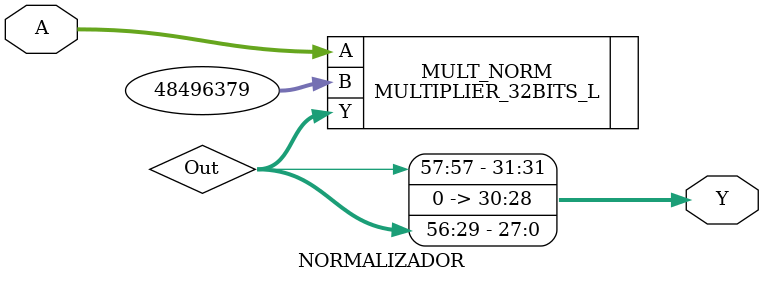
<source format=v>
`timescale 1ns / 1ps


module NORMALIZADOR(
    input wire [31:0] A, //entrada al normalizador 
    output wire [31:0] Y //salida de la normalizacion en coma fija, coma entre el bit 30 y 29
    );

//wire [61:0] Out;      
wire [63:0] Out;      
    
    MULTIPLIER_32BITS_L MULT_NORM(
        .A(A),
        //.B(32'b00000001110010011110000110110000),
        //.B(32'b00000000110011000111000100001100),//0.199641     1/valor maximo constante de adrian
        .B(32'b00000010111000111111111011111011),//0.72265236     constante de JJ
        .Y(Out)
        );

//assign Y = Out[54:22]; //constante de adrian   
//assign Y = Out[57:26];   //constante  de jj
assign Y = {Out[57],{3{1'b0}},Out[56:52],Out[51:29]};   //constante  de jj y ajuste para estimador a formato 1:8:23


endmodule

</source>
